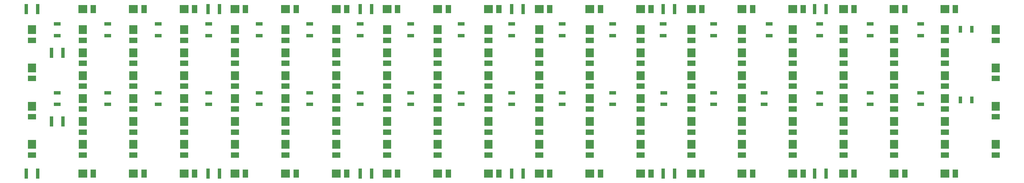
<source format=gbr>
G04 #@! TF.GenerationSoftware,KiCad,Pcbnew,5.1.3-ffb9f22~84~ubuntu18.04.1*
G04 #@! TF.CreationDate,2019-07-30T21:27:14-07:00*
G04 #@! TF.ProjectId,Blinkers,426c696e-6b65-4727-932e-6b696361645f,rev?*
G04 #@! TF.SameCoordinates,Original*
G04 #@! TF.FileFunction,Paste,Top*
G04 #@! TF.FilePolarity,Positive*
%FSLAX46Y46*%
G04 Gerber Fmt 4.6, Leading zero omitted, Abs format (unit mm)*
G04 Created by KiCad (PCBNEW 5.1.3-ffb9f22~84~ubuntu18.04.1) date 2019-07-30 21:27:14*
%MOMM*%
%LPD*%
G04 APERTURE LIST*
%ADD10R,1.700000X0.900000*%
%ADD11R,0.900000X1.700000*%
%ADD12R,0.900000X2.540000*%
%ADD13R,2.300000X2.100000*%
%ADD14R,1.400000X2.100000*%
%ADD15R,2.100000X2.300000*%
%ADD16R,2.100000X1.400000*%
G04 APERTURE END LIST*
D10*
X241300000Y-106138000D03*
X241300000Y-109038000D03*
X241300000Y-88812500D03*
X241300000Y-91712500D03*
X228600000Y-106138000D03*
X228600000Y-109038000D03*
X228600000Y-88812500D03*
X228600000Y-91712500D03*
X215900000Y-106138000D03*
X215900000Y-109038000D03*
X215900000Y-88812500D03*
X215900000Y-91712500D03*
X201930000Y-106138000D03*
X201930000Y-109038000D03*
X203200000Y-88812500D03*
X203200000Y-91712500D03*
X189230000Y-106138000D03*
X189230000Y-109038000D03*
X189230000Y-88812500D03*
X189230000Y-91712500D03*
X176710000Y-106138000D03*
X176710000Y-109038000D03*
X176530000Y-88812500D03*
X176530000Y-91712500D03*
X163830000Y-106138000D03*
X163830000Y-109038000D03*
X163830000Y-91712500D03*
X163830000Y-88812500D03*
X151130000Y-106138000D03*
X151130000Y-109038000D03*
X151130000Y-88812500D03*
X151130000Y-91712500D03*
X138430000Y-106138000D03*
X138430000Y-109038000D03*
X138430000Y-88812500D03*
X138430000Y-91712500D03*
D11*
X251280000Y-107950000D03*
X254180000Y-107950000D03*
X251280000Y-90170000D03*
X254180000Y-90170000D03*
D10*
X125730000Y-106138000D03*
X125730000Y-109038000D03*
X125730000Y-88812500D03*
X125730000Y-91712500D03*
X113030000Y-106138000D03*
X113030000Y-109038000D03*
X113030000Y-88812500D03*
X113030000Y-91712500D03*
X100330000Y-106138000D03*
X100330000Y-109038000D03*
X100330000Y-88812500D03*
X100330000Y-91712500D03*
X87630000Y-106138000D03*
X87630000Y-109038000D03*
X87630000Y-88812500D03*
X87630000Y-91712500D03*
X74930000Y-106138000D03*
X74930000Y-109038000D03*
X74930000Y-88812500D03*
X74930000Y-91712500D03*
X62230000Y-106138000D03*
X62230000Y-109038000D03*
X62230000Y-88812500D03*
X62230000Y-91712500D03*
X49530000Y-106138000D03*
X49530000Y-109038000D03*
X49530000Y-88812500D03*
X49530000Y-91712500D03*
X36830000Y-106138000D03*
X36830000Y-109038000D03*
X36830000Y-88812500D03*
X36830000Y-91712500D03*
X24130000Y-106138000D03*
X24130000Y-109038000D03*
X24130000Y-88812500D03*
X24130000Y-91712500D03*
D12*
X22680000Y-96037500D03*
X25580000Y-96037500D03*
X22680000Y-113362000D03*
X25580000Y-113362000D03*
X19230000Y-85090000D03*
X16330000Y-85090000D03*
X19230000Y-126470000D03*
X16330000Y-126470000D03*
X64950000Y-85090000D03*
X62050000Y-85090000D03*
X64950000Y-126470000D03*
X62050000Y-126470000D03*
X103230000Y-85090000D03*
X100330000Y-85090000D03*
X103230000Y-126470000D03*
X100330000Y-126470000D03*
X141330000Y-85090000D03*
X138430000Y-85090000D03*
X141330000Y-126470000D03*
X138430000Y-126470000D03*
X179430000Y-85090000D03*
X176530000Y-85090000D03*
X179430000Y-126470000D03*
X176530000Y-126470000D03*
X217530000Y-85090000D03*
X214630000Y-85090000D03*
X217530000Y-126470000D03*
X214630000Y-126470000D03*
D13*
X196378000Y-85090000D03*
D14*
X199028000Y-85090000D03*
D15*
X17780000Y-90262500D03*
D16*
X17780000Y-92912500D03*
D15*
X17780000Y-99887500D03*
D16*
X17780000Y-102537500D03*
D15*
X17780000Y-109512000D03*
D16*
X17780000Y-112162000D03*
D15*
X17780000Y-119138000D03*
D16*
X17780000Y-121788000D03*
D13*
X30537000Y-85090000D03*
D14*
X33187000Y-85090000D03*
D13*
X30537000Y-126470000D03*
D14*
X33187000Y-126470000D03*
D13*
X43294000Y-85090000D03*
D14*
X45944000Y-85090000D03*
D13*
X43294000Y-126470000D03*
D14*
X45944000Y-126470000D03*
D13*
X56051000Y-85090000D03*
D14*
X58701000Y-85090000D03*
D13*
X56051000Y-126470000D03*
D14*
X58701000Y-126470000D03*
D13*
X68808000Y-85090000D03*
D14*
X71458000Y-85090000D03*
D13*
X68808000Y-126470000D03*
D14*
X71458000Y-126470000D03*
D13*
X81565000Y-85090000D03*
D14*
X84215000Y-85090000D03*
D13*
X81565000Y-126470000D03*
D14*
X84215000Y-126470000D03*
D13*
X94322000Y-85090000D03*
D14*
X96972000Y-85090000D03*
D13*
X94322000Y-126470000D03*
D14*
X96972000Y-126470000D03*
D13*
X107079000Y-85090000D03*
D14*
X109729000Y-85090000D03*
D13*
X107079000Y-126470000D03*
D14*
X109729000Y-126470000D03*
D13*
X119836000Y-85090000D03*
D14*
X122486000Y-85090000D03*
D13*
X119836000Y-126470000D03*
D14*
X122486000Y-126470000D03*
D13*
X132593000Y-85090000D03*
D14*
X135243000Y-85090000D03*
D13*
X132593000Y-126470000D03*
D14*
X135243000Y-126470000D03*
D15*
X260160000Y-90262500D03*
D16*
X260160000Y-92912500D03*
D15*
X260160000Y-99887500D03*
D16*
X260160000Y-102537500D03*
D15*
X260160000Y-109512000D03*
D16*
X260160000Y-112162000D03*
D13*
X145350000Y-85090000D03*
D14*
X148000000Y-85090000D03*
D13*
X145350000Y-126470000D03*
D14*
X148000000Y-126470000D03*
D13*
X158107000Y-85090000D03*
D14*
X160757000Y-85090000D03*
D13*
X158107000Y-126470000D03*
D14*
X160757000Y-126470000D03*
D13*
X170864000Y-85090000D03*
D14*
X173514000Y-85090000D03*
D13*
X170864000Y-126470000D03*
D14*
X173514000Y-126470000D03*
D13*
X183621000Y-85090000D03*
D14*
X186271000Y-85090000D03*
D13*
X183621000Y-126470000D03*
D14*
X186271000Y-126470000D03*
D13*
X196378000Y-126470000D03*
D14*
X199028000Y-126470000D03*
D13*
X209135000Y-85090000D03*
D14*
X211785000Y-85090000D03*
D13*
X209135000Y-126470000D03*
D14*
X211785000Y-126470000D03*
D13*
X221892000Y-85090000D03*
D14*
X224542000Y-85090000D03*
D13*
X221892000Y-126470000D03*
D14*
X224542000Y-126470000D03*
D13*
X234649000Y-85090000D03*
D14*
X237299000Y-85090000D03*
D13*
X234649000Y-126470000D03*
D14*
X237299000Y-126470000D03*
D13*
X247406000Y-85090000D03*
D14*
X250056000Y-85090000D03*
D13*
X247406000Y-126470000D03*
D14*
X250056000Y-126470000D03*
D15*
X260160000Y-119138000D03*
D16*
X260160000Y-121788000D03*
D15*
X247406000Y-119138000D03*
D16*
X247406000Y-121788000D03*
X234649000Y-121788000D03*
D15*
X234649000Y-119138000D03*
D16*
X221892000Y-121788000D03*
D15*
X221892000Y-119138000D03*
D16*
X209135000Y-121788000D03*
D15*
X209135000Y-119138000D03*
D16*
X196378000Y-121788000D03*
D15*
X196378000Y-119138000D03*
D16*
X183621000Y-121788000D03*
D15*
X183621000Y-119138000D03*
D16*
X170864000Y-121788000D03*
D15*
X170864000Y-119138000D03*
D16*
X158107000Y-121788000D03*
D15*
X158107000Y-119138000D03*
D16*
X145350000Y-121788000D03*
D15*
X145350000Y-119138000D03*
D16*
X132593000Y-121788000D03*
D15*
X132593000Y-119138000D03*
D16*
X119836000Y-121788000D03*
D15*
X119836000Y-119138000D03*
D16*
X107079000Y-121788000D03*
D15*
X107079000Y-119138000D03*
D16*
X94322000Y-121788000D03*
D15*
X94322000Y-119138000D03*
D16*
X81565000Y-121788000D03*
D15*
X81565000Y-119138000D03*
D16*
X68808000Y-121788000D03*
D15*
X68808000Y-119138000D03*
D16*
X56051000Y-121788000D03*
D15*
X56051000Y-119138000D03*
D16*
X43294000Y-121788000D03*
D15*
X43294000Y-119138000D03*
X30537000Y-119138000D03*
D16*
X30537000Y-121788000D03*
D15*
X247406000Y-113362000D03*
D16*
X247406000Y-116012000D03*
X234649000Y-116012000D03*
D15*
X234649000Y-113362000D03*
D16*
X221892000Y-116012000D03*
D15*
X221892000Y-113362000D03*
D16*
X209135000Y-116012000D03*
D15*
X209135000Y-113362000D03*
D16*
X196378000Y-116012000D03*
D15*
X196378000Y-113362000D03*
D16*
X183621000Y-116012000D03*
D15*
X183621000Y-113362000D03*
D16*
X170864000Y-116012000D03*
D15*
X170864000Y-113362000D03*
D16*
X158107000Y-116012000D03*
D15*
X158107000Y-113362000D03*
D16*
X145350000Y-116012000D03*
D15*
X145350000Y-113362000D03*
D16*
X132593000Y-116012000D03*
D15*
X132593000Y-113362000D03*
D16*
X119836000Y-116012000D03*
D15*
X119836000Y-113362000D03*
D16*
X107079000Y-116012000D03*
D15*
X107079000Y-113362000D03*
D16*
X94322000Y-116012000D03*
D15*
X94322000Y-113362000D03*
D16*
X81565000Y-116012000D03*
D15*
X81565000Y-113362000D03*
D16*
X68808000Y-116012000D03*
D15*
X68808000Y-113362000D03*
D16*
X56051000Y-116012000D03*
D15*
X56051000Y-113362000D03*
D16*
X43294000Y-116012000D03*
D15*
X43294000Y-113362000D03*
X30537000Y-113362000D03*
D16*
X30537000Y-116012000D03*
D15*
X247406000Y-107588000D03*
D16*
X247406000Y-110238000D03*
X234649000Y-110238000D03*
D15*
X234649000Y-107588000D03*
D16*
X221892000Y-110238000D03*
D15*
X221892000Y-107588000D03*
D16*
X209135000Y-110238000D03*
D15*
X209135000Y-107588000D03*
D16*
X196378000Y-110238000D03*
D15*
X196378000Y-107588000D03*
D16*
X183621000Y-110238000D03*
D15*
X183621000Y-107588000D03*
D16*
X170864000Y-110238000D03*
D15*
X170864000Y-107588000D03*
D16*
X158107000Y-110238000D03*
D15*
X158107000Y-107588000D03*
D16*
X145350000Y-110238000D03*
D15*
X145350000Y-107588000D03*
D16*
X132593000Y-110238000D03*
D15*
X132593000Y-107588000D03*
D16*
X119836000Y-110238000D03*
D15*
X119836000Y-107588000D03*
D16*
X107079000Y-110238000D03*
D15*
X107079000Y-107588000D03*
D16*
X94322000Y-110238000D03*
D15*
X94322000Y-107588000D03*
D16*
X81565000Y-110238000D03*
D15*
X81565000Y-107588000D03*
D16*
X68808000Y-110238000D03*
D15*
X68808000Y-107588000D03*
D16*
X56051000Y-110238000D03*
D15*
X56051000Y-107588000D03*
D16*
X43294000Y-110238000D03*
D15*
X43294000Y-107588000D03*
D16*
X30537000Y-110238000D03*
D15*
X30537000Y-107588000D03*
D16*
X247406000Y-104462000D03*
D15*
X247406000Y-101812000D03*
D16*
X234649000Y-104462000D03*
D15*
X234649000Y-101812000D03*
D16*
X221892000Y-104462000D03*
D15*
X221892000Y-101812000D03*
D16*
X209135000Y-104462000D03*
D15*
X209135000Y-101812000D03*
D16*
X196378000Y-104462000D03*
D15*
X196378000Y-101812000D03*
D16*
X183621000Y-104462000D03*
D15*
X183621000Y-101812000D03*
D16*
X170864000Y-104462000D03*
D15*
X170864000Y-101812000D03*
D16*
X158107000Y-104462000D03*
D15*
X158107000Y-101812000D03*
D16*
X145350000Y-104462000D03*
D15*
X145350000Y-101812000D03*
D16*
X132593000Y-104462000D03*
D15*
X132593000Y-101812000D03*
D16*
X119836000Y-104462000D03*
D15*
X119836000Y-101812000D03*
D16*
X107079000Y-104462000D03*
D15*
X107079000Y-101812000D03*
D16*
X94322000Y-104462000D03*
D15*
X94322000Y-101812000D03*
D16*
X81565000Y-104462000D03*
D15*
X81565000Y-101812000D03*
D16*
X68808000Y-104462000D03*
D15*
X68808000Y-101812000D03*
D16*
X56051000Y-104462000D03*
D15*
X56051000Y-101812000D03*
D16*
X43294000Y-104462000D03*
D15*
X43294000Y-101812000D03*
D16*
X30537000Y-104462000D03*
D15*
X30537000Y-101812000D03*
D16*
X247406000Y-98687500D03*
D15*
X247406000Y-96037500D03*
D16*
X234649000Y-98687500D03*
D15*
X234649000Y-96037500D03*
D16*
X221892000Y-98687500D03*
D15*
X221892000Y-96037500D03*
D16*
X209135000Y-98687500D03*
D15*
X209135000Y-96037500D03*
D16*
X196378000Y-98687500D03*
D15*
X196378000Y-96037500D03*
D16*
X183621000Y-98687500D03*
D15*
X183621000Y-96037500D03*
D16*
X170864000Y-98687500D03*
D15*
X170864000Y-96037500D03*
D16*
X158107000Y-98687500D03*
D15*
X158107000Y-96037500D03*
D16*
X145350000Y-98687500D03*
D15*
X145350000Y-96037500D03*
D16*
X132593000Y-98687500D03*
D15*
X132593000Y-96037500D03*
D16*
X119836000Y-98687500D03*
D15*
X119836000Y-96037500D03*
D16*
X107079000Y-98687500D03*
D15*
X107079000Y-96037500D03*
D16*
X94322000Y-98687500D03*
D15*
X94322000Y-96037500D03*
D16*
X81565000Y-98687500D03*
D15*
X81565000Y-96037500D03*
D16*
X68808000Y-98687500D03*
D15*
X68808000Y-96037500D03*
D16*
X56051000Y-98687500D03*
D15*
X56051000Y-96037500D03*
D16*
X43294000Y-98687500D03*
D15*
X43294000Y-96037500D03*
D16*
X30537000Y-98687500D03*
D15*
X30537000Y-96037500D03*
D16*
X247406000Y-92912500D03*
D15*
X247406000Y-90262500D03*
D16*
X234649000Y-92912500D03*
D15*
X234649000Y-90262500D03*
D16*
X221892000Y-92912500D03*
D15*
X221892000Y-90262500D03*
D16*
X209135000Y-92912500D03*
D15*
X209135000Y-90262500D03*
D16*
X196378000Y-92912500D03*
D15*
X196378000Y-90262500D03*
D16*
X183621000Y-92912500D03*
D15*
X183621000Y-90262500D03*
D16*
X170864000Y-92912500D03*
D15*
X170864000Y-90262500D03*
D16*
X158107000Y-92912500D03*
D15*
X158107000Y-90262500D03*
D16*
X145350000Y-92912500D03*
D15*
X145350000Y-90262500D03*
D16*
X132593000Y-92912500D03*
D15*
X132593000Y-90262500D03*
D16*
X119836000Y-92912500D03*
D15*
X119836000Y-90262500D03*
D16*
X107079000Y-92912500D03*
D15*
X107079000Y-90262500D03*
D16*
X94322000Y-92912500D03*
D15*
X94322000Y-90262500D03*
D16*
X81565000Y-92912500D03*
D15*
X81565000Y-90262500D03*
D16*
X68808000Y-92912500D03*
D15*
X68808000Y-90262500D03*
D16*
X56051000Y-92912500D03*
D15*
X56051000Y-90262500D03*
D16*
X43294000Y-92912500D03*
D15*
X43294000Y-90262500D03*
X30537000Y-90262500D03*
D16*
X30537000Y-92912500D03*
M02*

</source>
